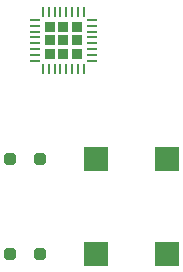
<source format=gbr>
%TF.GenerationSoftware,KiCad,Pcbnew,8.0.0*%
%TF.CreationDate,2024-03-06T12:54:26+05:00*%
%TF.ProjectId,keeb,6b656562-2e6b-4696-9361-645f70636258,rev?*%
%TF.SameCoordinates,Original*%
%TF.FileFunction,Paste,Top*%
%TF.FilePolarity,Positive*%
%FSLAX46Y46*%
G04 Gerber Fmt 4.6, Leading zero omitted, Abs format (unit mm)*
G04 Created by KiCad (PCBNEW 8.0.0) date 2024-03-06 12:54:26*
%MOMM*%
%LPD*%
G01*
G04 APERTURE LIST*
G04 Aperture macros list*
%AMRoundRect*
0 Rectangle with rounded corners*
0 $1 Rounding radius*
0 $2 $3 $4 $5 $6 $7 $8 $9 X,Y pos of 4 corners*
0 Add a 4 corners polygon primitive as box body*
4,1,4,$2,$3,$4,$5,$6,$7,$8,$9,$2,$3,0*
0 Add four circle primitives for the rounded corners*
1,1,$1+$1,$2,$3*
1,1,$1+$1,$4,$5*
1,1,$1+$1,$6,$7*
1,1,$1+$1,$8,$9*
0 Add four rect primitives between the rounded corners*
20,1,$1+$1,$2,$3,$4,$5,0*
20,1,$1+$1,$4,$5,$6,$7,0*
20,1,$1+$1,$6,$7,$8,$9,0*
20,1,$1+$1,$8,$9,$2,$3,0*%
G04 Aperture macros list end*
%ADD10R,2.000000X2.000000*%
%ADD11RoundRect,0.250000X-0.250000X-0.250000X0.250000X-0.250000X0.250000X0.250000X-0.250000X0.250000X0*%
%ADD12RoundRect,0.232500X-0.232500X-0.232500X0.232500X-0.232500X0.232500X0.232500X-0.232500X0.232500X0*%
%ADD13RoundRect,0.062500X-0.375000X-0.062500X0.375000X-0.062500X0.375000X0.062500X-0.375000X0.062500X0*%
%ADD14RoundRect,0.062500X-0.062500X-0.375000X0.062500X-0.375000X0.062500X0.375000X-0.062500X0.375000X0*%
G04 APERTURE END LIST*
D10*
%TO.C,SW16*%
X166000000Y-65000000D03*
X172000000Y-65000000D03*
%TD*%
D11*
%TO.C,D2*%
X158750000Y-73000000D03*
X161250000Y-73000000D03*
%TD*%
D10*
%TO.C,SW1*%
X166000000Y-73000000D03*
X172000000Y-73000000D03*
%TD*%
D12*
%TO.C,U1*%
X162100000Y-53787500D03*
X162100000Y-54937500D03*
X162100000Y-56087500D03*
X163250000Y-53787500D03*
X163250000Y-54937500D03*
X163250000Y-56087500D03*
X164400000Y-53787500D03*
X164400000Y-54937500D03*
X164400000Y-56087500D03*
D13*
X160812500Y-53187500D03*
X160812500Y-53687500D03*
X160812500Y-54187500D03*
X160812500Y-54687500D03*
X160812500Y-55187500D03*
X160812500Y-55687500D03*
X160812500Y-56187500D03*
X160812500Y-56687500D03*
D14*
X161500000Y-57375000D03*
X162000000Y-57375000D03*
X162500000Y-57375000D03*
X163000000Y-57375000D03*
X163500000Y-57375000D03*
X164000000Y-57375000D03*
X164500000Y-57375000D03*
X165000000Y-57375000D03*
D13*
X165687500Y-56687500D03*
X165687500Y-56187500D03*
X165687500Y-55687500D03*
X165687500Y-55187500D03*
X165687500Y-54687500D03*
X165687500Y-54187500D03*
X165687500Y-53687500D03*
X165687500Y-53187500D03*
D14*
X165000000Y-52500000D03*
X164500000Y-52500000D03*
X164000000Y-52500000D03*
X163500000Y-52500000D03*
X163000000Y-52500000D03*
X162500000Y-52500000D03*
X162000000Y-52500000D03*
X161500000Y-52500000D03*
%TD*%
D11*
%TO.C,D1*%
X158750000Y-65000000D03*
X161250000Y-65000000D03*
%TD*%
M02*

</source>
